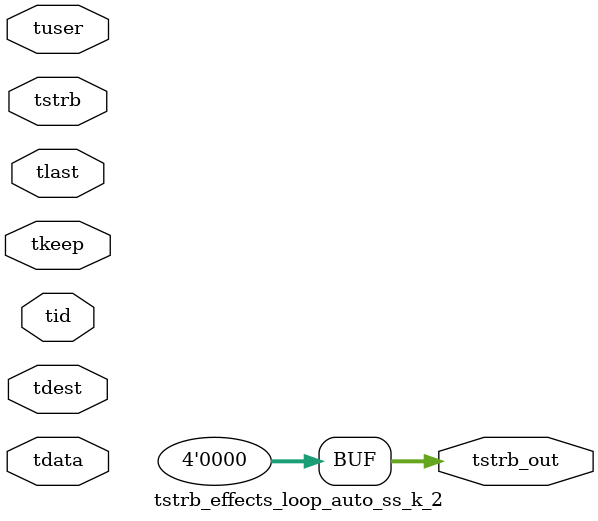
<source format=v>


`timescale 1ps/1ps

module tstrb_effects_loop_auto_ss_k_2 #
(
parameter C_S_AXIS_TDATA_WIDTH = 32,
parameter C_S_AXIS_TUSER_WIDTH = 0,
parameter C_S_AXIS_TID_WIDTH   = 0,
parameter C_S_AXIS_TDEST_WIDTH = 0,
parameter C_M_AXIS_TDATA_WIDTH = 32
)
(
input  [(C_S_AXIS_TDATA_WIDTH == 0 ? 1 : C_S_AXIS_TDATA_WIDTH)-1:0     ] tdata,
input  [(C_S_AXIS_TUSER_WIDTH == 0 ? 1 : C_S_AXIS_TUSER_WIDTH)-1:0     ] tuser,
input  [(C_S_AXIS_TID_WIDTH   == 0 ? 1 : C_S_AXIS_TID_WIDTH)-1:0       ] tid,
input  [(C_S_AXIS_TDEST_WIDTH == 0 ? 1 : C_S_AXIS_TDEST_WIDTH)-1:0     ] tdest,
input  [(C_S_AXIS_TDATA_WIDTH/8)-1:0 ] tkeep,
input  [(C_S_AXIS_TDATA_WIDTH/8)-1:0 ] tstrb,
input                                                                    tlast,
output [(C_M_AXIS_TDATA_WIDTH/8)-1:0 ] tstrb_out
);

assign tstrb_out = {1'b0};

endmodule


</source>
